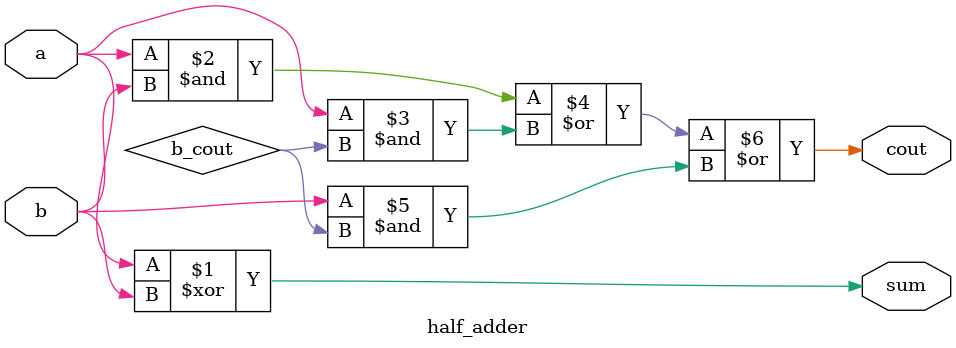
<source format=v>
module half_adder( 
input a, b,
output cout, sum );

// Full adder
assign sum = a ^ b;
assign cout = (a & b) | (a & b_cout) | (b & b_cout);

endmodule

</source>
